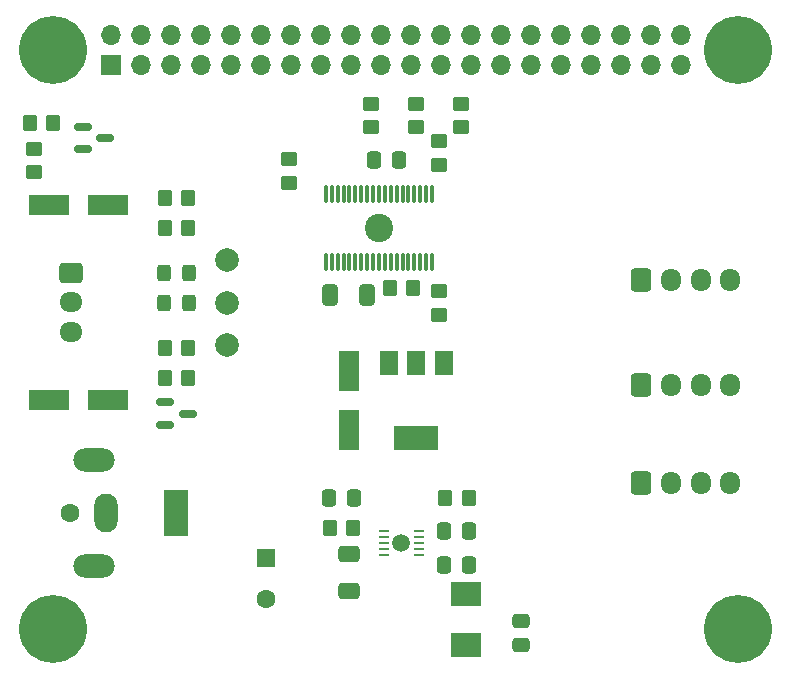
<source format=gts>
G04 #@! TF.GenerationSoftware,KiCad,Pcbnew,(5.99.0-11324-gb6e8beb38c)*
G04 #@! TF.CreationDate,2021-07-19T22:25:18+09:00*
G04 #@! TF.ProjectId,RPi_IO-Link_Hat,5250695f-494f-42d4-9c69-6e6b5f486174,rev?*
G04 #@! TF.SameCoordinates,Original*
G04 #@! TF.FileFunction,Soldermask,Top*
G04 #@! TF.FilePolarity,Negative*
%FSLAX46Y46*%
G04 Gerber Fmt 4.6, Leading zero omitted, Abs format (unit mm)*
G04 Created by KiCad (PCBNEW (5.99.0-11324-gb6e8beb38c)) date 2021-07-19 22:25:18*
%MOMM*%
%LPD*%
G01*
G04 APERTURE LIST*
G04 Aperture macros list*
%AMRoundRect*
0 Rectangle with rounded corners*
0 $1 Rounding radius*
0 $2 $3 $4 $5 $6 $7 $8 $9 X,Y pos of 4 corners*
0 Add a 4 corners polygon primitive as box body*
4,1,4,$2,$3,$4,$5,$6,$7,$8,$9,$2,$3,0*
0 Add four circle primitives for the rounded corners*
1,1,$1+$1,$2,$3*
1,1,$1+$1,$4,$5*
1,1,$1+$1,$6,$7*
1,1,$1+$1,$8,$9*
0 Add four rect primitives between the rounded corners*
20,1,$1+$1,$2,$3,$4,$5,0*
20,1,$1+$1,$4,$5,$6,$7,0*
20,1,$1+$1,$6,$7,$8,$9,0*
20,1,$1+$1,$8,$9,$2,$3,0*%
G04 Aperture macros list end*
%ADD10C,2.000000*%
%ADD11RoundRect,0.250000X-0.337500X-0.475000X0.337500X-0.475000X0.337500X0.475000X-0.337500X0.475000X0*%
%ADD12RoundRect,0.250000X0.337500X0.475000X-0.337500X0.475000X-0.337500X-0.475000X0.337500X-0.475000X0*%
%ADD13RoundRect,0.250000X-0.475000X0.337500X-0.475000X-0.337500X0.475000X-0.337500X0.475000X0.337500X0*%
%ADD14RoundRect,0.250000X0.412500X0.650000X-0.412500X0.650000X-0.412500X-0.650000X0.412500X-0.650000X0*%
%ADD15R,1.600000X1.600000*%
%ADD16C,1.600000*%
%ADD17RoundRect,0.250000X0.325000X0.450000X-0.325000X0.450000X-0.325000X-0.450000X0.325000X-0.450000X0*%
%ADD18RoundRect,0.250000X-0.325000X-0.450000X0.325000X-0.450000X0.325000X0.450000X-0.325000X0.450000X0*%
%ADD19R,1.800000X3.500000*%
%ADD20R,3.500000X1.800000*%
%ADD21R,2.000000X4.000000*%
%ADD22O,2.000000X3.300000*%
%ADD23O,3.500000X2.000000*%
%ADD24RoundRect,0.250000X-0.725000X0.600000X-0.725000X-0.600000X0.725000X-0.600000X0.725000X0.600000X0*%
%ADD25O,1.950000X1.700000*%
%ADD26RoundRect,0.250000X-0.600000X-0.725000X0.600000X-0.725000X0.600000X0.725000X-0.600000X0.725000X0*%
%ADD27O,1.700000X1.950000*%
%ADD28R,2.600000X2.150000*%
%ADD29RoundRect,0.150000X-0.587500X-0.150000X0.587500X-0.150000X0.587500X0.150000X-0.587500X0.150000X0*%
%ADD30R,1.500000X2.000000*%
%ADD31R,3.800000X2.000000*%
%ADD32RoundRect,0.250000X-0.350000X-0.450000X0.350000X-0.450000X0.350000X0.450000X-0.350000X0.450000X0*%
%ADD33RoundRect,0.250000X0.350000X0.450000X-0.350000X0.450000X-0.350000X-0.450000X0.350000X-0.450000X0*%
%ADD34RoundRect,0.250000X-0.450000X0.350000X-0.450000X-0.350000X0.450000X-0.350000X0.450000X0.350000X0*%
%ADD35RoundRect,0.250000X0.450000X-0.350000X0.450000X0.350000X-0.450000X0.350000X-0.450000X-0.350000X0*%
%ADD36RoundRect,0.250000X-0.650000X0.412500X-0.650000X-0.412500X0.650000X-0.412500X0.650000X0.412500X0*%
%ADD37RoundRect,0.062500X0.362500X0.062500X-0.362500X0.062500X-0.362500X-0.062500X0.362500X-0.062500X0*%
%ADD38C,1.500000*%
%ADD39RoundRect,0.075000X0.075000X-0.662500X0.075000X0.662500X-0.075000X0.662500X-0.075000X-0.662500X0*%
%ADD40C,2.400000*%
%ADD41C,5.750000*%
%ADD42R,1.700000X1.700000*%
%ADD43O,1.700000X1.700000*%
G04 APERTURE END LIST*
D10*
G04 #@! TO.C,TP3*
X36000000Y-62000000D03*
G04 #@! TD*
G04 #@! TO.C,TP2*
X36000000Y-58400000D03*
G04 #@! TD*
G04 #@! TO.C,TP1*
X36000000Y-54800000D03*
G04 #@! TD*
D11*
G04 #@! TO.C,C1*
X54440000Y-80645000D03*
X56515000Y-80645000D03*
G04 #@! TD*
G04 #@! TO.C,C2*
X54440000Y-77702500D03*
X56515000Y-77702500D03*
G04 #@! TD*
D12*
G04 #@! TO.C,C3*
X46757500Y-74930000D03*
X44682500Y-74930000D03*
G04 #@! TD*
D13*
G04 #@! TO.C,C5*
X60960000Y-85322500D03*
X60960000Y-87397500D03*
G04 #@! TD*
D14*
G04 #@! TO.C,C6*
X47917500Y-57785000D03*
X44792500Y-57785000D03*
G04 #@! TD*
D15*
G04 #@! TO.C,C7*
X39370000Y-80010000D03*
D16*
X39370000Y-83510000D03*
G04 #@! TD*
D17*
G04 #@! TO.C,D1*
X32775000Y-58420000D03*
X30725000Y-58420000D03*
G04 #@! TD*
D18*
G04 #@! TO.C,D2*
X30725000Y-55880000D03*
X32775000Y-55880000D03*
G04 #@! TD*
D19*
G04 #@! TO.C,D3*
X46355000Y-69175000D03*
X46355000Y-64175000D03*
G04 #@! TD*
D20*
G04 #@! TO.C,D4*
X20995000Y-50165000D03*
X25995000Y-50165000D03*
G04 #@! TD*
G04 #@! TO.C,D5*
X20995000Y-66675000D03*
X25995000Y-66675000D03*
G04 #@! TD*
D16*
G04 #@! TO.C,J1*
X22750000Y-76200000D03*
D21*
X31750000Y-76200000D03*
D22*
X25750000Y-76200000D03*
D23*
X24750000Y-71700000D03*
X24750000Y-80700000D03*
G04 #@! TD*
D24*
G04 #@! TO.C,J3*
X22860000Y-55880000D03*
D25*
X22860000Y-58380000D03*
X22860000Y-60880000D03*
G04 #@! TD*
D26*
G04 #@! TO.C,J4*
X71120000Y-56515000D03*
D27*
X73620000Y-56515000D03*
X76120000Y-56515000D03*
X78620000Y-56515000D03*
G04 #@! TD*
D26*
G04 #@! TO.C,J5*
X71120000Y-65405000D03*
D27*
X73620000Y-65405000D03*
X76120000Y-65405000D03*
X78620000Y-65405000D03*
G04 #@! TD*
D26*
G04 #@! TO.C,J6*
X71120000Y-73660000D03*
D27*
X73620000Y-73660000D03*
X76120000Y-73660000D03*
X78620000Y-73660000D03*
G04 #@! TD*
D28*
G04 #@! TO.C,L1*
X56261000Y-87408000D03*
X56261000Y-83058000D03*
G04 #@! TD*
D29*
G04 #@! TO.C,Q2*
X30812500Y-66850000D03*
X30812500Y-68750000D03*
X32687500Y-67800000D03*
G04 #@! TD*
G04 #@! TO.C,Q3*
X23827500Y-43500000D03*
X23827500Y-45400000D03*
X25702500Y-44450000D03*
G04 #@! TD*
D30*
G04 #@! TO.C,Q4*
X52070000Y-63525000D03*
X54370000Y-63525000D03*
D31*
X52070000Y-69825000D03*
D30*
X49770000Y-63525000D03*
G04 #@! TD*
D32*
G04 #@! TO.C,R1*
X32750000Y-49500000D03*
X30750000Y-49500000D03*
G04 #@! TD*
G04 #@! TO.C,R2*
X30750000Y-52070000D03*
X32750000Y-52070000D03*
G04 #@! TD*
G04 #@! TO.C,R3*
X44720000Y-77470000D03*
X46720000Y-77470000D03*
G04 #@! TD*
G04 #@! TO.C,R5*
X30750000Y-62230000D03*
X32750000Y-62230000D03*
G04 #@! TD*
G04 #@! TO.C,R6*
X19320000Y-43180000D03*
X21320000Y-43180000D03*
G04 #@! TD*
G04 #@! TO.C,R7*
X54515000Y-74930000D03*
X56515000Y-74930000D03*
G04 #@! TD*
D33*
G04 #@! TO.C,R8*
X32750000Y-64770000D03*
X30750000Y-64770000D03*
G04 #@! TD*
D34*
G04 #@! TO.C,R9*
X19685000Y-45355000D03*
X19685000Y-47355000D03*
G04 #@! TD*
G04 #@! TO.C,R10*
X52070000Y-41545000D03*
X52070000Y-43545000D03*
G04 #@! TD*
D33*
G04 #@! TO.C,R11*
X51800000Y-57150000D03*
X49800000Y-57150000D03*
G04 #@! TD*
D35*
G04 #@! TO.C,R12*
X48260000Y-43545000D03*
X48260000Y-41545000D03*
G04 #@! TD*
G04 #@! TO.C,R13*
X55880000Y-43545000D03*
X55880000Y-41545000D03*
G04 #@! TD*
G04 #@! TO.C,R14*
X41275000Y-48260000D03*
X41275000Y-46260000D03*
G04 #@! TD*
G04 #@! TO.C,R15*
X53975000Y-59420000D03*
X53975000Y-57420000D03*
G04 #@! TD*
G04 #@! TO.C,R16*
X53975000Y-46720000D03*
X53975000Y-44720000D03*
G04 #@! TD*
D36*
G04 #@! TO.C,C4*
X46355000Y-79717500D03*
X46355000Y-82842500D03*
G04 #@! TD*
D37*
G04 #@! TO.C,U1*
X52250000Y-79740000D03*
X52250000Y-79240000D03*
X52250000Y-78740000D03*
X52250000Y-78240000D03*
X52250000Y-77740000D03*
X49350000Y-77740000D03*
X49350000Y-78240000D03*
X49350000Y-78740000D03*
X49350000Y-79240000D03*
X49350000Y-79740000D03*
D38*
X50800000Y-78740000D03*
G04 #@! TD*
D39*
G04 #@! TO.C,U2*
X44395000Y-54932500D03*
X44895000Y-54932500D03*
X45395000Y-54932500D03*
X45895000Y-54932500D03*
X46395000Y-54932500D03*
X46895000Y-54932500D03*
X47395000Y-54932500D03*
X47895000Y-54932500D03*
X48395000Y-54932500D03*
X48895000Y-54932500D03*
X49395000Y-54932500D03*
X49895000Y-54932500D03*
X50395000Y-54932500D03*
X50895000Y-54932500D03*
X51395000Y-54932500D03*
X51895000Y-54932500D03*
X52395000Y-54932500D03*
X52895000Y-54932500D03*
X53395000Y-54932500D03*
X53395000Y-49207500D03*
X52895000Y-49207500D03*
X52395000Y-49207500D03*
X51895000Y-49207500D03*
X51395000Y-49207500D03*
X50895000Y-49207500D03*
X50395000Y-49207500D03*
X49895000Y-49207500D03*
X49395000Y-49207500D03*
X48895000Y-49207500D03*
X48395000Y-49207500D03*
X47895000Y-49207500D03*
X47395000Y-49207500D03*
X46895000Y-49207500D03*
X46395000Y-49207500D03*
X45895000Y-49207500D03*
X45395000Y-49207500D03*
X44895000Y-49207500D03*
X44395000Y-49207500D03*
D40*
X48895000Y-52070000D03*
G04 #@! TD*
D12*
G04 #@! TO.C,C11*
X50567500Y-46355000D03*
X48492500Y-46355000D03*
G04 #@! TD*
D41*
G04 #@! TO.C,*
X21280000Y-86020000D03*
G04 #@! TD*
G04 #@! TO.C,*
X79280000Y-37020000D03*
G04 #@! TD*
G04 #@! TO.C,*
X79280000Y-86020000D03*
G04 #@! TD*
G04 #@! TO.C,*
X21280000Y-37020000D03*
G04 #@! TD*
D42*
G04 #@! TO.C,J2*
X26200000Y-38250000D03*
D43*
X26200000Y-35710000D03*
X28740000Y-38250000D03*
X28740000Y-35710000D03*
X31280000Y-38250000D03*
X31280000Y-35710000D03*
X33820000Y-38250000D03*
X33820000Y-35710000D03*
X36360000Y-38250000D03*
X36360000Y-35710000D03*
X38900000Y-38250000D03*
X38900000Y-35710000D03*
X41440000Y-38250000D03*
X41440000Y-35710000D03*
X43980000Y-38250000D03*
X43980000Y-35710000D03*
X46520000Y-38250000D03*
X46520000Y-35710000D03*
X49060000Y-38250000D03*
X49060000Y-35710000D03*
X51600000Y-38250000D03*
X51600000Y-35710000D03*
X54140000Y-38250000D03*
X54140000Y-35710000D03*
X56680000Y-38250000D03*
X56680000Y-35710000D03*
X59220000Y-38250000D03*
X59220000Y-35710000D03*
X61760000Y-38250000D03*
X61760000Y-35710000D03*
X64300000Y-38250000D03*
X64300000Y-35710000D03*
X66840000Y-38250000D03*
X66840000Y-35710000D03*
X69380000Y-38250000D03*
X69380000Y-35710000D03*
X71920000Y-38250000D03*
X71920000Y-35710000D03*
X74460000Y-38250000D03*
X74460000Y-35710000D03*
G04 #@! TD*
M02*

</source>
